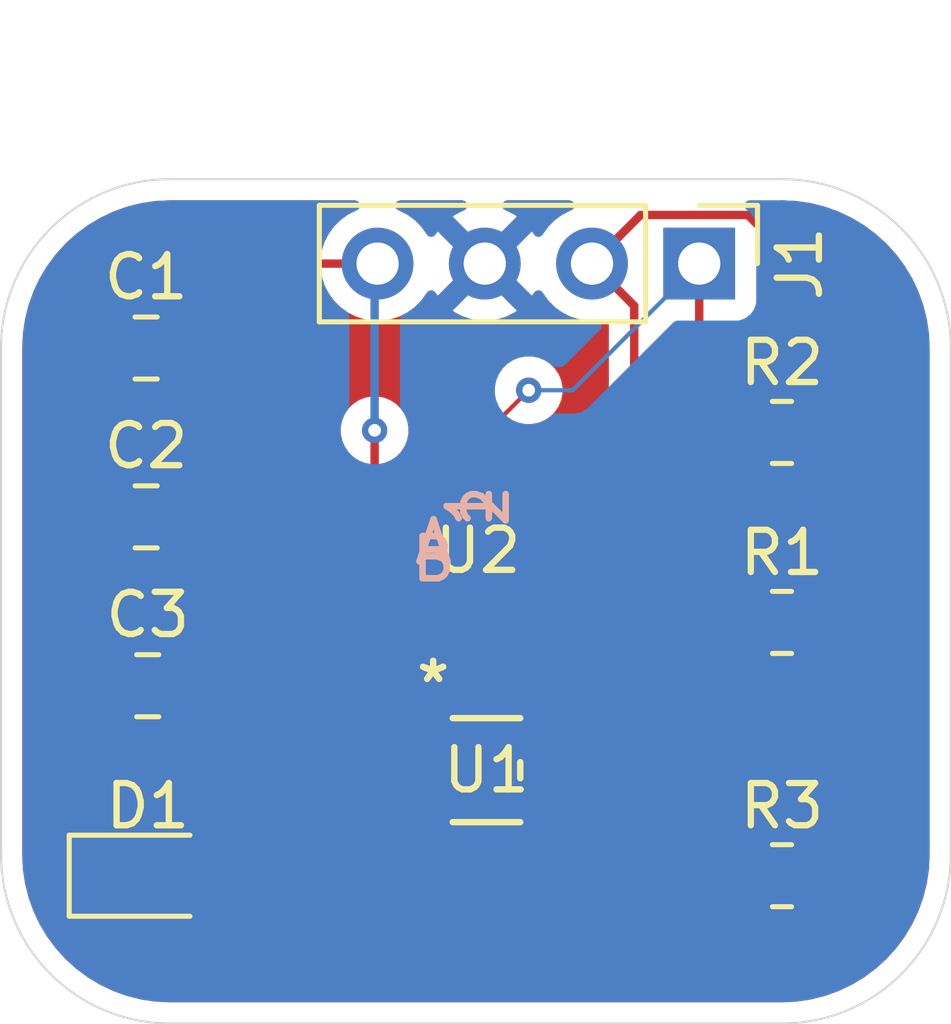
<source format=kicad_pcb>
(kicad_pcb (version 20241229) (generator "pcbnew") (generator_version "9.0")
  (layers (0 "F.Cu" signal) (2 "B.Cu" signal) (13 "F.Paste" user) (15 "B.Paste" user) (5 "F.SilkS" user "F.Silkscreen") (7 "B.SilkS" user "B.Silkscreen") (1 "F.Mask" user) (3 "B.Mask" user) (25 "Edge.Cuts" user))
  (net 0 "")
  (net 1 "GND")
  (net 2 "VCC")
  (net 3 "+2V8")
  (net 4 "Net-(D1-A)")
  (net 5 "SDA")
  (net 6 "SCL")
  (footprint "LED_SMD:LED_0805_2012Metric_Pad1.15x1.40mm_HandSolder" (layer "F.Cu") (at 130.975 96.5)
    (property "Reference" "D1" (at 0 -1.65 0) (layer "F.SilkS"))
    (property "Value" "LED")
    (fp_line (start -1.86 -0.96) (end -1.86 0.96) (stroke (width 0.12)) (layer "F.SilkS"))
    (fp_line (start -1.86 0.96) (end 1 0.96) (stroke (width 0.12)) (layer "F.SilkS"))
    (fp_line (start 1 -0.96) (end -1.86 -0.96) (stroke (width 0.12)) (layer "F.SilkS"))
    (pad "1" smd roundrect (at -1.025 0) (size 1.15 1.4) (layers "F.Cu" "F.Mask" "F.Paste") (roundrect_rratio 0.217391) (net 1 "GND"))
    (pad "2" smd roundrect (at 1.025 0) (size 1.15 1.4) (layers "F.Cu" "F.Mask" "F.Paste") (roundrect_rratio 0.217391) (net 4 "Net-(D1-A)"))
  )
  (footprint "Resistor_SMD:R_0805_2012Metric_Pad1.20x1.40mm_HandSolder" (layer "F.Cu") (at 146 86)
    (property "Reference" "R2" (at 0 -1.65 0) (layer "F.SilkS"))
    (property "Value" "10kΩ")
    (fp_line (start -0.227064 -0.735) (end 0.227064 -0.735) (stroke (width 0.12)) (layer "F.SilkS"))
    (fp_line (start -0.227064 0.735) (end 0.227064 0.735) (stroke (width 0.12)) (layer "F.SilkS"))
    (pad "1" smd roundrect (at -1 0) (size 1.2 1.4) (layers "F.Cu" "F.Mask" "F.Paste") (roundrect_rratio 0.208333) (net 3 "+2V8"))
    (pad "2" smd roundrect (at 1 0) (size 1.2 1.4) (layers "F.Cu" "F.Mask" "F.Paste") (roundrect_rratio 0.208333) (net 3 "+2V8"))
  )
  (footprint "Capacitor_SMD:C_0805_2012Metric_Pad1.18x1.45mm_HandSolder" (layer "F.Cu") (at 130.9375 84)
    (property "Reference" "C1" (at 0 -1.68 0) (layer "F.SilkS"))
    (property "Value" "1μF")
    (fp_line (start -0.261252 -0.735) (end 0.261252 -0.735) (stroke (width 0.12)) (layer "F.SilkS"))
    (fp_line (start -0.261252 0.735) (end 0.261252 0.735) (stroke (width 0.12)) (layer "F.SilkS"))
    (pad "1" smd roundrect (at -1.0375 0) (size 1.175 1.45) (layers "F.Cu" "F.Mask" "F.Paste") (roundrect_rratio 0.212766) (net 2 "VCC"))
    (pad "2" smd roundrect (at 1.0375 0) (size 1.175 1.45) (layers "F.Cu" "F.Mask" "F.Paste") (roundrect_rratio 0.212766) (net 1 "GND"))
  )
  (footprint "Capacitor_SMD:C_0805_2012Metric_Pad1.18x1.45mm_HandSolder" (layer "F.Cu") (at 130.975 92)
    (property "Reference" "C3" (at 0 -1.68 0) (layer "F.SilkS"))
    (property "Value" "0.1μF")
    (fp_line (start -0.261252 -0.735) (end 0.261252 -0.735) (stroke (width 0.12)) (layer "F.SilkS"))
    (fp_line (start -0.261252 0.735) (end 0.261252 0.735) (stroke (width 0.12)) (layer "F.SilkS"))
    (pad "1" smd roundrect (at -1.0375 0) (size 1.175 1.45) (layers "F.Cu" "F.Mask" "F.Paste") (roundrect_rratio 0.212766) (net 3 "+2V8"))
    (pad "2" smd roundrect (at 1.0375 0) (size 1.175 1.45) (layers "F.Cu" "F.Mask" "F.Paste") (roundrect_rratio 0.212766) (net 1 "GND"))
  )
  (footprint "Library:WLP4_0P82X0P82_MEM-L" (layer "F.Cu") (at 138.8 88.8)
    (property "Reference" "U2" (at 0 0 0) (layer "F.SilkS"))
    (property "Value" "MMC5603NJ")
    (fp_text user "1" (at -0.2 -1.0541 90) (layer "F.SilkS"))
    (fp_text user "2" (at 0.2 -1.0541 90) (layer "F.SilkS"))
    (fp_text user "A" (at -1.0541 -0.2 0) (layer "F.SilkS"))
    (fp_text user "B" (at -1.0541 0.2 0) (layer "F.SilkS"))
    (fp_text user "B" (at -1.0541 0.2 0) (layer "B.SilkS"))
    (fp_text user "1" (at -0.2 -1.0541 90) (layer "B.SilkS"))
    (fp_text user "A" (at -1.0541 -0.2 0) (layer "B.SilkS"))
    (fp_text user "2" (at 0.2 -1.0541 90) (layer "B.SilkS"))
    (pad "A1" smd circle (at -0.2 -0.2) (size 0.2032 0.2032) (layers "F.Cu" "F.Mask" "F.Paste") (net 3 "+2V8"))
    (pad "A2" smd circle (at 0.2 -0.2) (size 0.2032 0.2032) (layers "F.Cu" "F.Mask" "F.Paste") (net 6 "SCL"))
    (pad "B1" smd circle (at -0.2 0.2) (size 0.2032 0.2032) (layers "F.Cu" "F.Mask" "F.Paste") (net 3 "+2V8"))
    (pad "B2" smd circle (at 0.2 0.2) (size 0.2032 0.2032) (layers "F.Cu" "F.Mask" "F.Paste") (net 5 "SDA"))
  )
  (footprint "Connector_PinHeader_2.54mm:PinHeader_1x04_P2.54mm_Vertical" (layer "F.Cu") (at 144.04 82 -90)
    (property "Reference" "J1" (at 0 -2.38 90) (layer "F.SilkS"))
    (property "Value" "Conn_01x04_Pin")
    (fp_line (start -1.38 9) (end 1.38 9) (stroke (width 0.12)) (layer "F.SilkS"))
    (fp_line (start -1.38 1.27) (end -1.38 9) (stroke (width 0.12)) (layer "F.SilkS"))
    (fp_line (start -1.38 1.27) (end 1.38 1.27) (stroke (width 0.12)) (layer "F.SilkS"))
    (fp_line (start 1.38 1.27) (end 1.38 9) (stroke (width 0.12)) (layer "F.SilkS"))
    (fp_line (start -1.38 0) (end -1.38 -1.38) (stroke (width 0.12)) (layer "F.SilkS"))
    (fp_line (start -1.38 -1.38) (end 0 -1.38) (stroke (width 0.12)) (layer "F.SilkS"))
    (pad "1" thru_hole rect (at 0 0 270) (size 1.7 1.7) (drill 1) (layers "*.Cu" "*.Mask") (net 6 "SCL"))
    (pad "2" thru_hole circle (at 0 2.54 270) (size 1.7 1.7) (drill 1) (layers "*.Cu" "*.Mask") (net 5 "SDA"))
    (pad "3" thru_hole circle (at 0 5.08 270) (size 1.7 1.7) (drill 1) (layers "*.Cu" "*.Mask") (net 1 "GND"))
    (pad "4" thru_hole circle (at 0 7.62 270) (size 1.7 1.7) (drill 1) (layers "*.Cu" "*.Mask") (net 2 "VCC"))
  )
  (footprint "Resistor_SMD:R_0805_2012Metric_Pad1.20x1.40mm_HandSolder" (layer "F.Cu") (at 146 96.5)
    (property "Reference" "R3" (at 0 -1.65 0) (layer "F.SilkS"))
    (property "Value" "1kΩ")
    (fp_line (start -0.227064 -0.735) (end 0.227064 -0.735) (stroke (width 0.12)) (layer "F.SilkS"))
    (fp_line (start -0.227064 0.735) (end 0.227064 0.735) (stroke (width 0.12)) (layer "F.SilkS"))
    (pad "1" smd roundrect (at -1 0) (size 1.2 1.4) (layers "F.Cu" "F.Mask" "F.Paste") (roundrect_rratio 0.208333) (net 3 "+2V8"))
    (pad "2" smd roundrect (at 1 0) (size 1.2 1.4) (layers "F.Cu" "F.Mask" "F.Paste") (roundrect_rratio 0.208333) (net 4 "Net-(D1-A)"))
  )
  (footprint "Resistor_SMD:R_0805_2012Metric_Pad1.20x1.40mm_HandSolder" (layer "F.Cu") (at 146 90.5)
    (property "Reference" "R1" (at 0 -1.65 0) (layer "F.SilkS"))
    (property "Value" "10kΩ")
    (fp_line (start -0.227064 -0.735) (end 0.227064 -0.735) (stroke (width 0.12)) (layer "F.SilkS"))
    (fp_line (start -0.227064 0.735) (end 0.227064 0.735) (stroke (width 0.12)) (layer "F.SilkS"))
    (pad "1" smd roundrect (at -1 0) (size 1.2 1.4) (layers "F.Cu" "F.Mask" "F.Paste") (roundrect_rratio 0.208333) (net 3 "+2V8"))
    (pad "2" smd roundrect (at 1 0) (size 1.2 1.4) (layers "F.Cu" "F.Mask" "F.Paste") (roundrect_rratio 0.208333) (net 5 "SDA"))
  )
  (footprint "Capacitor_SMD:C_0805_2012Metric_Pad1.18x1.45mm_HandSolder" (layer "F.Cu") (at 130.9375 88)
    (property "Reference" "C2" (at 0 -1.68 0) (layer "F.SilkS"))
    (property "Value" "1μF")
    (fp_line (start -0.261252 -0.735) (end 0.261252 -0.735) (stroke (width 0.12)) (layer "F.SilkS"))
    (fp_line (start -0.261252 0.735) (end 0.261252 0.735) (stroke (width 0.12)) (layer "F.SilkS"))
    (pad "1" smd roundrect (at -1.0375 0) (size 1.175 1.45) (layers "F.Cu" "F.Mask" "F.Paste") (roundrect_rratio 0.212766) (net 3 "+2V8"))
    (pad "2" smd roundrect (at 1.0375 0) (size 1.175 1.45) (layers "F.Cu" "F.Mask" "F.Paste") (roundrect_rratio 0.212766) (net 1 "GND"))
  )
  (footprint "Library:SC-70_C5_MCH-L" (layer "F.Cu") (at 139 94)
    (property "Reference" "U1" (at 0 0 0) (layer "F.SilkS"))
    (property "Value" "MIC5376-2.8YC5-TR")
    (fp_line (start -0.8001 1.2319) (end 0.8001 1.2319) (stroke (width 0.1524)) (layer "F.SilkS"))
    (fp_line (start 0.8001 -1.2319) (end -0.8001 -1.2319) (stroke (width 0.1524)) (layer "F.SilkS"))
    (fp_line (start 0.8001 0.190259) (end 0.8001 -0.190259) (stroke (width 0.1524)) (layer "F.SilkS"))
    (fp_text user "*" (at -1.26365 -2.047 0) (layer "F.SilkS"))
    (fp_text user "*" (at -1.26365 -2.047 0) (layer "F.SilkS"))
    (pad "1" smd rect (at -1.00965 -0.649999) (size 0.6731 0.254) (layers "F.Cu" "F.Mask" "F.Paste") (net 2 "VCC"))
    (pad "2" smd rect (at -1.00965 0) (size 0.6731 0.254) (layers "F.Cu" "F.Mask" "F.Paste") (net 1 "GND"))
    (pad "3" smd rect (at -1.00965 0.649999) (size 0.6731 0.254) (layers "F.Cu" "F.Mask" "F.Paste") (net 2 "VCC"))
    (pad "4" smd rect (at 1.00965 0.649999) (size 0.6731 0.254) (layers "F.Cu" "F.Mask" "F.Paste"))
    (pad "5" smd rect (at 1.00965 -0.649999) (size 0.6731 0.254) (layers "F.Cu" "F.Mask" "F.Paste") (net 3 "+2V8"))
  )
  (gr_arc (start 131.5 100) (mid 128.671573 98.828427) (end 127.5 96) (stroke (width 0.05)) (layer "Edge.Cuts"))
  (gr_line (start 131.5 80) (end 146 80) (stroke (width 0.05)) (layer "Edge.Cuts"))
  (gr_line (start 146 100) (end 131.5 100) (stroke (width 0.05)) (layer "Edge.Cuts"))
  (gr_arc (start 146 80) (mid 148.828427 81.171573) (end 150 84) (stroke (width 0.05)) (layer "Edge.Cuts"))
  (gr_line (start 127.5 96) (end 127.5 84) (stroke (width 0.05)) (layer "Edge.Cuts"))
  (gr_arc (start 127.5 84) (mid 128.671573 81.171573) (end 131.5 80) (stroke (width 0.05)) (layer "Edge.Cuts"))
  (gr_line (start 150 84) (end 150 96) (stroke (width 0.05)) (layer "Edge.Cuts"))
  (gr_arc (start 150 96) (mid 148.828427 98.828427) (end 146 100) (stroke (width 0.05)) (layer "Edge.Cuts"))
  (segment (start 134.0125 94) (end 132.0125 92) (width 0.2) (layer "F.Cu") (net 1))
  (segment (start 131.975 91.9625) (end 132.0125 92) (width 0.2) (layer "F.Cu") (net 1))
  (segment (start 137.99035 94) (end 134.0125 94) (width 0.2) (layer "F.Cu") (net 1))
  (segment (start 132.0125 88.5125) (end 132.0125 92) (width 0.2) (layer "F.Cu") (net 1))
  (segment (start 136.96 84) (end 131.975 84) (width 0.2) (layer "F.Cu") (net 1))
  (segment (start 131.975 88) (end 131.975 88.475) (width 0.2) (layer "F.Cu") (net 1))
  (segment (start 131.975 84) (end 131.975 88) (width 0.2) (layer "F.Cu") (net 1))
  (segment (start 131.975 88.475) (end 132.0125 88.5125) (width 0.2) (layer "F.Cu") (net 1))
  (segment (start 129.95 94.0625) (end 132.0125 92) (width 0.2) (layer "F.Cu") (net 1))
  (segment (start 138.96 82) (end 136.96 84) (width 0.2) (layer "F.Cu") (net 1))
  (segment (start 129.95 96.5) (end 129.95 94.0625) (width 0.2) (layer "F.Cu") (net 1))
  (segment (start 137.99035 93.350001) (end 138.405901 93.350001) (width 0.2) (layer "F.Cu") (net 2))
  (segment (start 131.9 82) (end 129.9 84) (width 0.2) (layer "F.Cu") (net 2))
  (segment (start 138.405901 93.350001) (end 138.6279 93.572) (width 0.2) (layer "F.Cu") (net 2))
  (segment (start 138.6279 94.548999) (end 138.5269 94.649999) (width 0.2) (layer "F.Cu") (net 2))
  (segment (start 136.42 82) (end 131.9 82) (width 0.2) (layer "F.Cu") (net 2))
  (segment (start 138.6279 93.572) (end 138.6279 94.548999) (width 0.2) (layer "F.Cu") (net 2))
  (segment (start 138.5269 94.649999) (end 137.99035 94.649999) (width 0.2) (layer "F.Cu") (net 2))
  (segment (start 137.99035 93.350001) (end 136.35 91.709651) (width 0.2) (layer "F.Cu") (net 2))
  (segment (start 136.35 91.709651) (end 136.35 85.95) (width 0.2) (layer "F.Cu") (net 2))
  (via (at 136.35 85.95) (size 0.6) (drill 0.3) (layers "F.Cu" "B.Cu") (net 2))
  (segment (start 136.35 82.07) (end 136.42 82) (width 0.2) (layer "B.Cu") (net 2))
  (segment (start 136.35 85.95) (end 136.35 82.07) (width 0.2) (layer "B.Cu") (net 2))
  (segment (start 129.9 88) (end 129.9 88.9) (width 0.2) (layer "F.Cu") (net 3))
  (segment (start 129.9375 88.9375) (end 129.9375 92) (width 0.2) (layer "F.Cu") (net 3))
  (segment (start 129.9375 88.0375) (end 129.9 88) (width 0.2) (layer "F.Cu") (net 3))
  (segment (start 141.850001 93.350001) (end 145 96.5) (width 0.2) (layer "F.Cu") (net 3))
  (segment (start 140.00965 93.350001) (end 141.850001 93.350001) (width 0.2) (layer "F.Cu") (net 3))
  (segment (start 140.00965 90.579013) (end 138.5974 89.166763) (width 0.2) (layer "F.Cu") (net 3))
  (segment (start 129.9 88.9) (end 129.9375 88.9375) (width 0.2) (layer "F.Cu") (net 3))
  (segment (start 138.6 88.6) (end 138.6 89) (width 0.1) (layer "F.Cu") (net 3))
  (segment (start 147 86) (end 147 86.5) (width 0.2) (layer "F.Cu") (net 3))
  (segment (start 147 86.5) (end 145 88.5) (width 0.2) (layer "F.Cu") (net 3))
  (segment (start 147 89) (end 147.5 89) (width 0.2) (layer "F.Cu") (net 3))
  (segment (start 145 88.5) (end 145 90.5) (width 0.2) (layer "F.Cu") (net 3))
  (segment (start 140.00965 93.350001) (end 140.00965 90.579013) (width 0.2) (layer "F.Cu") (net 3))
  (segment (start 145 90.5) (end 145 96.5) (width 0.2) (layer "F.Cu") (net 3))
  (segment (start 133.001 97.501) (end 145.999 97.501) (width 0.2) (layer "F.Cu") (net 4))
  (segment (start 145.999 97.501) (end 147 96.5) (width 0.2) (layer "F.Cu") (net 4))
  (segment (start 132 96.5) (end 133.001 97.501) (width 0.2) (layer "F.Cu") (net 4))
  (segment (start 142 82) (end 141.5 82) (width 0.2) (layer "F.Cu") (net 5))
  (segment (start 141.5 82) (end 142.5 83) (width 0.2) (layer "F.Cu") (net 5))
  (segment (start 142.651 80.849) (end 145.191 80.849) (width 0.2) (layer "F.Cu") (net 5))
  (segment (start 141.5 82) (end 142.651 80.849) (width 0.2) (layer "F.Cu") (net 5))
  (segment (start 145.191 80.849) (end 147.901 83.559) (width 0.2) (layer "F.Cu") (net 5))
  (segment (start 147.901 89.599) (end 147 90.5) (width 0.2) (layer "F.Cu") (net 5))
  (segment (start 140.863085 89.0026) (end 139.166763 89.0026) (width 0.2) (layer "F.Cu") (net 5))
  (segment (start 142.5 87.365686) (end 140.863085 89.0026) (width 0.2) (layer "F.Cu") (net 5))
  (segment (start 147.901 83.559) (end 147.901 89.599) (width 0.2) (layer "F.Cu") (net 5))
  (segment (start 142.5 83) (end 142.5 87.365686) (width 0.2) (layer "F.Cu") (net 5))
  (segment (start 139 88.6) (end 139 86) (width 0.1) (layer "F.Cu") (net 6))
  (segment (start 139 86) (end 140 85) (width 0.1) (layer "F.Cu") (net 6))
  (segment (start 144.04 82) (end 144.04 82.8334) (width 0.2) (layer "F.Cu") (net 6))
  (segment (start 144.04 85.04) (end 145 86) (width 0.2) (layer "F.Cu") (net 6))
  (segment (start 144.04 82) (end 144.04 85.04) (width 0.2) (layer "F.Cu") (net 6))
  (via (at 140 85) (size 0.6) (drill 0.3) (layers "F.Cu" "B.Cu") (net 6))
  (segment (start 141.04 85) (end 144.04 82) (width 0.1) (layer "B.Cu") (net 6))
  (segment (start 140 85) (end 141.04 85) (width 0.1) (layer "B.Cu") (net 6))
  (zone (net 1) (net_name "GND") (layer "F.Cu") (connect_pads (clearance 0.5)) (min_thickness 0.25) (fill yes (thermal_gap 0.5) (thermal_bridge_width 0.5))
    (polygon (pts (xy 127.5 80) (xy 150 80) (xy 150 100) (xy 127.5 100)))
  )
  (zone (net 1) (net_name "GND") (layer "B.Cu") (priority 1) (connect_pads (clearance 0.5)) (min_thickness 0.25) (fill yes (thermal_gap 0.5) (thermal_bridge_width 0.5))
    (polygon (pts (xy 127.5 80) (xy 150 80) (xy 150 100) (xy 127.5 100)))
  )
)
</source>
